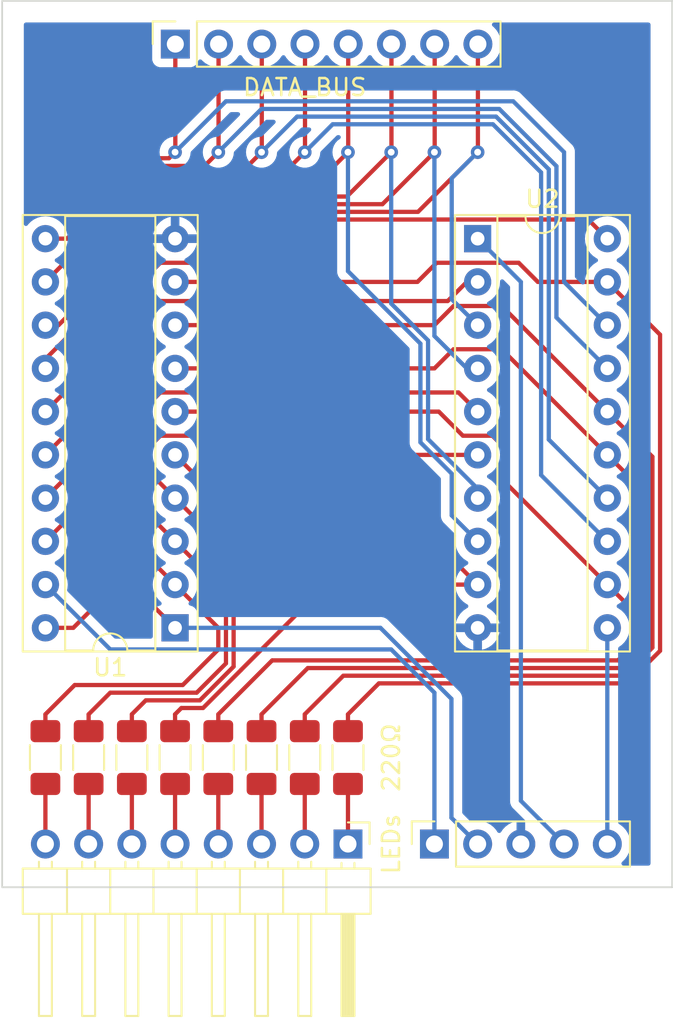
<source format=kicad_pcb>
(kicad_pcb (version 20211014) (generator pcbnew)
  (layers (0 "F.Cu" signal) (31 "B.Cu" signal) (34 "B.Paste" user) (35 "F.Paste" user) (36 "B.SilkS" user "B.Silkscreen") (37 "F.SilkS" user "F.Silkscreen") (38 "B.Mask" user) (39 "F.Mask" user) (44 "Edge.Cuts" user))
  (net 0 "")
  (net 1 "GND")
  (net 2 "/R7")
  (net 3 "/R6")
  (net 4 "/R5")
  (net 5 "/R4")
  (net 6 "/R3")
  (net 7 "/R2")
  (net 8 "/R1")
  (net 9 "/R0")
  (net 10 "+5V")
  (net 11 "/D0")
  (net 12 "/D1")
  (net 13 "/D2")
  (net 14 "/D3")
  (net 15 "/D4")
  (net 16 "/D5")
  (net 17 "/D6")
  (net 18 "/D7")
  (net 19 "RegOE")
  (net 20 "~{RegWE}")
  (net 21 "CLK")
  (net 22 "Net-(LED_OUT1-Pad1)")
  (net 23 "Net-(LED_OUT1-Pad2)")
  (net 24 "Net-(LED_OUT1-Pad3)")
  (net 25 "Net-(LED_OUT1-Pad4)")
  (net 26 "Net-(LED_OUT1-Pad5)")
  (net 27 "Net-(LED_OUT1-Pad6)")
  (net 28 "Net-(LED_OUT1-Pad7)")
  (net 29 "Net-(LED_OUT1-Pad8)")
  (footprint "Resistor_SMD:R_1206_3216Metric_Pad1.30x1.75mm_HandSolder" (layer "F.Cu") (at 147.32 104.14 -90)
    (fp_text reference "R6" hide)
    (fp_text value "220Ω")
    (fp_line (start -0.727064 0.91) (end 0.727064 0.91) (layer "F.SilkS") (width 0.12))
    (fp_line (start -0.727064 -0.91) (end 0.727064 -0.91) (layer "F.SilkS") (width 0.12))
    (pad "1" smd roundrect (at -1.55 0 270) (size 1.3 1.75) (layers "F.Cu" "F.Paste" "F.Mask") (roundrect_rratio 0.1923076923) (net 7 "/R2"))
    (pad "2" smd roundrect (at 1.55 0 270) (size 1.3 1.75) (layers "F.Cu" "F.Paste" "F.Mask") (roundrect_rratio 0.1923076923) (net 24 "Net-(LED_OUT1-Pad3)"))
  )
  (footprint "Connector_PinSocket_2.54mm:PinSocket_1x08_P2.54mm_Vertical" (layer "F.Cu") (at 142.255 62.23 90)
    (fp_text reference "DATA_BUS1" hide)
    (fp_text value "DATA_BUS" (at -2.54 7.605 180) (layer "F.SilkS"))
    (fp_line (start -1.33 19.11) (end 1.33 19.11) (layer "F.SilkS") (width 0.12))
    (fp_line (start 0 -1.33) (end 1.33 -1.33) (layer "F.SilkS") (width 0.12))
    (fp_line (start 1.33 1.27) (end 1.33 19.11) (layer "F.SilkS") (width 0.12))
    (fp_line (start -1.33 1.27) (end -1.33 19.11) (layer "F.SilkS") (width 0.12))
    (fp_line (start -1.33 1.27) (end 1.33 1.27) (layer "F.SilkS") (width 0.12))
    (fp_line (start 1.33 -1.33) (end 1.33 0) (layer "F.SilkS") (width 0.12))
    (pad "1" thru_hole rect (at 0 0 90) (size 1.7 1.7) (drill 1) (layers *.Cu *.Mask) (net 11 "/D0"))
    (pad "2" thru_hole oval (at 0 2.54 90) (size 1.7 1.7) (drill 1) (layers *.Cu *.Mask) (net 12 "/D1"))
    (pad "3" thru_hole oval (at 0 5.08 90) (size 1.7 1.7) (drill 1) (layers *.Cu *.Mask) (net 13 "/D2"))
    (pad "4" thru_hole oval (at 0 7.62 90) (size 1.7 1.7) (drill 1) (layers *.Cu *.Mask) (net 14 "/D3"))
    (pad "5" thru_hole oval (at 0 10.16 90) (size 1.7 1.7) (drill 1) (layers *.Cu *.Mask) (net 15 "/D4"))
    (pad "6" thru_hole oval (at 0 12.7 90) (size 1.7 1.7) (drill 1) (layers *.Cu *.Mask) (net 16 "/D5"))
    (pad "7" thru_hole oval (at 0 15.24 90) (size 1.7 1.7) (drill 1) (layers *.Cu *.Mask) (net 17 "/D6"))
    (pad "8" thru_hole oval (at 0 17.78 90) (size 1.7 1.7) (drill 1) (layers *.Cu *.Mask) (net 18 "/D7"))
  )
  (footprint "Resistor_SMD:R_1206_3216Metric_Pad1.30x1.75mm_HandSolder" (layer "F.Cu") (at 152.4 104.14 -90)
    (fp_text reference "R0" hide)
    (fp_text value "220Ω")
    (fp_line (start -0.727064 -0.91) (end 0.727064 -0.91) (layer "F.SilkS") (width 0.12))
    (fp_line (start -0.727064 0.91) (end 0.727064 0.91) (layer "F.SilkS") (width 0.12))
    (pad "1" smd roundrect (at -1.55 0 270) (size 1.3 1.75) (layers "F.Cu" "F.Paste" "F.Mask") (roundrect_rratio 0.1923076923) (net 9 "/R0"))
    (pad "2" smd roundrect (at 1.55 0 270) (size 1.3 1.75) (layers "F.Cu" "F.Paste" "F.Mask") (roundrect_rratio 0.1923076923) (net 22 "Net-(LED_OUT1-Pad1)"))
  )
  (footprint "Resistor_SMD:R_1206_3216Metric_Pad1.30x1.75mm_HandSolder" (layer "F.Cu") (at 134.62 104.14 -90)
    (fp_text reference "R1" hide)
    (fp_text value "220Ω")
    (fp_line (start -0.727064 -0.91) (end 0.727064 -0.91) (layer "F.SilkS") (width 0.12))
    (fp_line (start -0.727064 0.91) (end 0.727064 0.91) (layer "F.SilkS") (width 0.12))
    (pad "1" smd roundrect (at -1.55 0 270) (size 1.3 1.75) (layers "F.Cu" "F.Paste" "F.Mask") (roundrect_rratio 0.1923076923) (net 2 "/R7"))
    (pad "2" smd roundrect (at 1.55 0 270) (size 1.3 1.75) (layers "F.Cu" "F.Paste" "F.Mask") (roundrect_rratio 0.1923076923) (net 29 "Net-(LED_OUT1-Pad8)"))
  )
  (footprint "Package_DIP:DIP-20_W7.62mm_Socket" (layer "F.Cu") (at 160.02 73.66)
    (fp_text reference "U2" (at 3.81 -2.33) (layer "F.SilkS"))
    (fp_text value "74HC377")
    (fp_line (start 6.46 24.19) (end 6.46 -1.33) (layer "F.SilkS") (width 0.12))
    (fp_line (start -1.33 24.25) (end 8.95 24.25) (layer "F.SilkS") (width 0.12))
    (fp_line (start 8.95 -1.39) (end -1.33 -1.39) (layer "F.SilkS") (width 0.12))
    (fp_line (start 8.95 24.25) (end 8.95 -1.39) (layer "F.SilkS") (width 0.12))
    (fp_line (start 1.16 24.19) (end 6.46 24.19) (layer "F.SilkS") (width 0.12))
    (fp_line (start 2.81 -1.33) (end 1.16 -1.33) (layer "F.SilkS") (width 0.12))
    (fp_line (start -1.33 -1.39) (end -1.33 24.25) (layer "F.SilkS") (width 0.12))
    (fp_line (start 6.46 -1.33) (end 4.81 -1.33) (layer "F.SilkS") (width 0.12))
    (fp_line (start 1.16 -1.33) (end 1.16 24.19) (layer "F.SilkS") (width 0.12))
    (fp_arc (start 4.81 -1.33) (mid 3.81 -0.33) (end 2.81 -1.33) (layer "F.SilkS") (width 0.12))
    (pad "1" thru_hole rect (at 0 0) (size 1.6 1.6) (drill 0.8) (layers *.Cu *.Mask) (net 20 "~{RegWE}"))
    (pad "2" thru_hole oval (at 0 2.54) (size 1.6 1.6) (drill 0.8) (layers *.Cu *.Mask) (net 2 "/R7"))
    (pad "3" thru_hole oval (at 0 5.08) (size 1.6 1.6) (drill 0.8) (layers *.Cu *.Mask) (net 18 "/D7"))
    (pad "4" thru_hole oval (at 0 7.62) (size 1.6 1.6) (drill 0.8) (layers *.Cu *.Mask) (net 17 "/D6"))
    (pad "5" thru_hole oval (at 0 10.16) (size 1.6 1.6) (drill 0.8) (layers *.Cu *.Mask) (net 3 "/R6"))
    (pad "6" thru_hole oval (at 0 12.7) (size 1.6 1.6) (drill 0.8) (layers *.Cu *.Mask) (net 4 "/R5"))
    (pad "7" thru_hole oval (at 0 15.24) (size 1.6 1.6) (drill 0.8) (layers *.Cu *.Mask) (net 16 "/D5"))
    (pad "8" thru_hole oval (at 0 17.78) (size 1.6 1.6) (drill 0.8) (layers *.Cu *.Mask) (net 15 "/D4"))
    (pad "9" thru_hole oval (at 0 20.32) (size 1.6 1.6) (drill 0.8) (layers *.Cu *.Mask) (net 5 "/R4"))
    (pad "10" thru_hole oval (at 0 22.86) (size 1.6 1.6) (drill 0.8) (layers *.Cu *.Mask) (net 1 "GND"))
    (pad "11" thru_hole oval (at 7.62 22.86) (size 1.6 1.6) (drill 0.8) (layers *.Cu *.Mask) (net 21 "CLK"))
    (pad "12" thru_hole oval (at 7.62 20.32) (size 1.6 1.6) (drill 0.8) (layers *.Cu *.Mask) (net 6 "/R3"))
    (pad "13" thru_hole oval (at 7.62 17.78) (size 1.6 1.6) (drill 0.8) (layers *.Cu *.Mask) (net 14 "/D3"))
    (pad "14" thru_hole oval (at 7.62 15.24) (size 1.6 1.6) (drill 0.8) (layers *.Cu *.Mask) (net 13 "/D2"))
    (pad "15" thru_hole oval (at 7.62 12.7) (size 1.6 1.6) (drill 0.8) (layers *.Cu *.Mask) (net 7 "/R2"))
    (pad "16" thru_hole oval (at 7.62 10.16) (size 1.6 1.6) (drill 0.8) (layers *.Cu *.Mask) (net 8 "/R1"))
    (pad "17" thru_hole oval (at 7.62 7.62) (size 1.6 1.6) (drill 0.8) (layers *.Cu *.Mask) (net 12 "/D1"))
    (pad "18" thru_hole oval (at 7.62 5.08) (size 1.6 1.6) (drill 0.8) (layers *.Cu *.Mask) (net 11 "/D0"))
    (pad "19" thru_hole oval (at 7.62 2.54) (size 1.6 1.6) (drill 0.8) (layers *.Cu *.Mask) (net 9 "/R0"))
    (pad "20" thru_hole oval (at 7.62 0) (size 1.6 1.6) (drill 0.8) (layers *.Cu *.Mask) (net 10 "+5V"))
  )
  (footprint "Connector_PinSocket_2.54mm:PinSocket_1x05_P2.54mm_Vertical" (layer "F.Cu") (at 157.48 109.22 90)
    (fp_text reference "CONTROL1" hide)
    (fp_text value "CONTROL_SIGNALS")
    (fp_line (start 1.33 -1.33) (end 1.33 0) (layer "F.SilkS") (width 0.12))
    (fp_line (start 1.33 1.27) (end 1.33 11.49) (layer "F.SilkS") (width 0.12))
    (fp_line (start 0 -1.33) (end 1.33 -1.33) (layer "F.SilkS") (width 0.12))
    (fp_line (start -1.33 1.27) (end 1.33 1.27) (layer "F.SilkS") (width 0.12))
    (fp_line (start -1.33 11.49) (end 1.33 11.49) (layer "F.SilkS") (width 0.12))
    (fp_line (start -1.33 1.27) (end -1.33 11.49) (layer "F.SilkS") (width 0.12))
    (pad "1" thru_hole rect (at 0 0 90) (size 1.7 1.7) (drill 1) (layers *.Cu *.Mask) (net 19 "RegOE"))
    (pad "2" thru_hole oval (at 0 2.54 90) (size 1.7 1.7) (drill 1) (layers *.Cu *.Mask) (net 10 "+5V"))
    (pad "3" thru_hole oval (at 0 5.08 90) (size 1.7 1.7) (drill 1) (layers *.Cu *.Mask) (net 1 "GND"))
    (pad "4" thru_hole oval (at 0 7.62 90) (size 1.7 1.7) (drill 1) (layers *.Cu *.Mask) (net 20 "~{RegWE}"))
    (pad "5" thru_hole oval (at 0 10.16 90) (size 1.7 1.7) (drill 1) (layers *.Cu *.Mask) (net 21 "CLK"))
  )
  (footprint "Connector_PinHeader_2.54mm:PinHeader_1x08_P2.54mm_Horizontal" (layer "F.Cu") (at 152.4 109.22 -90)
    (fp_text reference "LED_OUT1" hide)
    (fp_text value "LEDs" (at 0 -2.54 -90) (layer "F.SilkS"))
    (fp_line (start 1.11 -0.38) (end 1.44 -0.38) (layer "F.SilkS") (width 0.12))
    (fp_line (start 10.1 12.32) (end 10.1 13.08) (layer "F.SilkS") (width 0.12))
    (fp_line (start 4.1 17.4) (end 10.1 17.4) (layer "F.SilkS") (width 0.12))
    (fp_line (start 10.1 4.7) (end 10.1 5.46) (layer "F.SilkS") (width 0.12))
    (fp_line (start 4.1 19.11) (end 4.1 -1.33) (layer "F.SilkS") (width 0.12))
    (fp_line (start 4.1 12.32) (end 10.1 12.32) (layer "F.SilkS") (width 0.12))
    (fp_line (start 4.1 9.78) (end 10.1 9.78) (layer "F.SilkS") (width 0.12))
    (fp_line (start 10.1 10.54) (end 4.1 10.54) (layer "F.SilkS") (width 0.12))
    (fp_line (start 1.042929 5.46) (end 1.44 5.46) (layer "F.SilkS") (width 0.12))
    (fp_line (start 10.1 8) (end 4.1 8) (layer "F.SilkS") (width 0.12))
    (fp_line (start 4.1 4.7) (end 10.1 4.7) (layer "F.SilkS") (width 0.12))
    (fp_line (start 4.1 -0.32) (end 10.1 -0.32) (layer "F.SilkS") (width 0.12))
    (fp_line (start 1.042929 10.54) (end 1.44 10.54) (layer "F.SilkS") (width 0.12))
    (fp_line (start 1.042929 7.24) (end 1.44 7.24) (layer "F.SilkS") (width 0.12))
    (fp_line (start 10.1 -0.38) (end 10.1 0.38) (layer "F.SilkS") (width 0.12))
    (fp_line (start 1.042929 12.32) (end 1.44 12.32) (layer "F.SilkS") (width 0.12))
    (fp_line (start 10.1 0.38) (end 4.1 0.38) (layer "F.SilkS") (width 0.12))
    (fp_line (start 4.1 0.16) (end 10.1 0.16) (layer "F.SilkS") (width 0.12))
    (fp_line (start 10.1 13.08) (end 4.1 13.08) (layer "F.SilkS") (width 0.12))
    (fp_line (start 4.1 0.28) (end 10.1 0.28) (layer "F.SilkS") (width 0.12))
    (fp_line (start 1.11 0.38) (end 1.44 0.38) (layer "F.SilkS") (width 0.12))
    (fp_line (start -1.27 0) (end -1.27 -1.27) (layer "F.SilkS") (width 0.12))
    (fp_line (start 1.042929 8) (end 1.44 8) (layer "F.SilkS") (width 0.12))
    (fp_line (start 1.042929 4.7) (end 1.44 4.7) (layer "F.SilkS") (width 0.12))
    (fp_line (start 4.1 -0.38) (end 10.1 -0.38) (layer "F.SilkS") (width 0.12))
    (fp_line (start 10.1 9.78) (end 10.1 10.54) (layer "F.SilkS") (width 0.12))
    (fp_line (start 4.1 14.86) (end 10.1 14.86) (layer "F.SilkS") (width 0.12))
    (fp_line (start 10.1 18.16) (end 4.1 18.16) (layer "F.SilkS") (width 0.12))
    (fp_line (start 1.042929 14.86) (end 1.44 14.86) (layer "F.SilkS") (width 0.12))
    (fp_line (start 4.1 7.24) (end 10.1 7.24) (layer "F.SilkS") (width 0.12))
    (fp_line (start 10.1 15.62) (end 4.1 15.62) (layer "F.SilkS") (width 0.12))
    (fp_line (start 10.1 2.92) (end 4.1 2.92) (layer "F.SilkS") (width 0.12))
    (fp_line (start 4.1 -0.08) (end 10.1 -0.08) (layer "F.SilkS") (width 0.12))
    (fp_line (start 1.042929 9.78) (end 1.44 9.78) (layer "F.SilkS") (width 0.12))
    (fp_line (start 1.042929 2.92) (end 1.44 2.92) (layer "F.SilkS") (width 0.12))
    (fp_line (start 4.1 -1.33) (end 1.44 -1.33) (layer "F.SilkS") (width 0.12))
    (fp_line (start 1.44 19.11) (end 4.1 19.11) (layer "F.SilkS") (width 0.12))
    (fp_line (start 4.1 0.04) (end 10.1 0.04) (layer "F.SilkS") (width 0.12))
    (fp_line (start 1.042929 15.62) (end 1.44 15.62) (layer "F.SilkS") (width 0.12))
    (fp_line (start 1.44 -1.33) (end 1.44 19.11) (layer "F.SilkS") (width 0.12))
    (fp_line (start 4.1 2.16) (end 10.1 2.16) (layer "F.SilkS") (width 0.12))
    (fp_line (start 10.1 17.4) (end 10.1 18.16) (layer "F.SilkS") (width 0.12))
    (fp_line (start 10.1 7.24) (end 10.1 8) (layer "F.SilkS") (width 0.12))
    (fp_line (start 1.44 3.81) (end 4.1 3.81) (layer "F.SilkS") (width 0.12))
    (fp_line (start 10.1 5.46) (end 4.1 5.46) (layer "F.SilkS") (width 0.12))
    (fp_line (start 1.042929 18.16) (end 1.44 18.16) (layer "F.SilkS") (width 0.12))
    (fp_line (start 1.042929 17.4) (end 1.44 17.4) (layer "F.SilkS") (width 0.12))
    (fp_line (start 1.44 13.97) (end 4.1 13.97) (layer "F.SilkS") (width 0.12))
    (fp_line (start 1.042929 2.16) (end 1.44 2.16) (layer "F.SilkS") (width 0.12))
    (fp_line (start 1.44 1.27) (end 4.1 1.27) (layer "F.SilkS") (width 0.12))
    (fp_line (start 1.44 16.51) (end 4.1 16.51) (layer "F.SilkS") (width 0.12))
    (fp_line (start 10.1 2.16) (end 10.1 2.92) (layer "F.SilkS") (width 0.12))
    (fp_line (start 4.1 -0.2) (end 10.1 -0.2) (layer "F.SilkS") (width 0.12))
    (fp_line (start 1.042929 13.08) (end 1.44 13.08) (layer "F.SilkS") (width 0.12))
    (fp_line (start 10.1 14.86) (end 10.1 15.62) (layer "F.SilkS") (width 0.12))
    (fp_line (start 1.44 8.89) (end 4.1 8.89) (layer "F.SilkS") (width 0.12))
    (fp_line (start 1.44 11.43) (end 4.1 11.43) (layer "F.SilkS") (width 0.12))
    (fp_line (start 1.44 6.35) (end 4.1 6.35) (layer "F.SilkS") (width 0.12))
    (fp_line (start -1.27 -1.27) (end 0 -1.27) (layer "F.SilkS") (width 0.12))
    (pad "1" thru_hole rect (at 0 0 270) (size 1.7 1.7) (drill 1) (layers *.Cu *.Mask) (net 22 "Net-(LED_OUT1-Pad1)"))
    (pad "2" thru_hole oval (at 0 2.54 270) (size 1.7 1.7) (drill 1) (layers *.Cu *.Mask) (net 23 "Net-(LED_OUT1-Pad2)"))
    (pad "3" thru_hole oval (at 0 5.08 270) (size 1.7 1.7) (drill 1) (layers *.Cu *.Mask) (net 24 "Net-(LED_OUT1-Pad3)"))
    (pad "4" thru_hole oval (at 0 7.62 270) (size 1.7 1.7) (drill 1) (layers *.Cu *.Mask) (net 25 "Net-(LED_OUT1-Pad4)"))
    (pad "5" thru_hole oval (at 0 10.16 270) (size 1.7 1.7) (drill 1) (layers *.Cu *.Mask) (net 26 "Net-(LED_OUT1-Pad5)"))
    (pad "6" thru_hole oval (at 0 12.7 270) (size 1.7 1.7) (drill 1) (layers *.Cu *.Mask) (net 27 "Net-(LED_OUT1-Pad6)"))
    (pad "7" thru_hole oval (at 0 15.24 270) (size 1.7 1.7) (drill 1) (layers *.Cu *.Mask) (net 28 "Net-(LED_OUT1-Pad7)"))
    (pad "8" thru_hole oval (at 0 17.78 270) (size 1.7 1.7) (drill 1) (layers *.Cu *.Mask) (net 29 "Net-(LED_OUT1-Pad8)"))
  )
  (footprint "Resistor_SMD:R_1206_3216Metric_Pad1.30x1.75mm_HandSolder" (layer "F.Cu") (at 149.86 104.14 -90)
    (fp_text reference "R7" hide)
    (fp_text value "220Ω" (at 0 -5.08 90) (layer "F.SilkS"))
    (fp_line (start -0.727064 0.91) (end 0.727064 0.91) (layer "F.SilkS") (width 0.12))
    (fp_line (start -0.727064 -0.91) (end 0.727064 -0.91) (layer "F.SilkS") (width 0.12))
    (pad "1" smd roundrect (at -1.55 0 270) (size 1.3 1.75) (layers "F.Cu" "F.Paste" "F.Mask") (roundrect_rratio 0.1923076923) (net 8 "/R1"))
    (pad "2" smd roundrect (at 1.55 0 270) (size 1.3 1.75) (layers "F.Cu" "F.Paste" "F.Mask") (roundrect_rratio 0.1923076923) (net 23 "Net-(LED_OUT1-Pad2)"))
  )
  (footprint "Resistor_SMD:R_1206_3216Metric_Pad1.30x1.75mm_HandSolder" (layer "F.Cu") (at 144.78 104.14 -90)
    (fp_text reference "R5" hide)
    (fp_text value "220Ω")
    (fp_line (start -0.727064 -0.91) (end 0.727064 -0.91) (layer "F.SilkS") (width 0.12))
    (fp_line (start -0.727064 0.91) (end 0.727064 0.91) (layer "F.SilkS") (width 0.12))
    (pad "1" smd roundrect (at -1.55 0 270) (size 1.3 1.75) (layers "F.Cu" "F.Paste" "F.Mask") (roundrect_rratio 0.1923076923) (net 6 "/R3"))
    (pad "2" smd roundrect (at 1.55 0 270) (size 1.3 1.75) (layers "F.Cu" "F.Paste" "F.Mask") (roundrect_rratio 0.1923076923) (net 25 "Net-(LED_OUT1-Pad4)"))
  )
  (footprint "Package_DIP:DIP-20_W7.62mm_Socket" (layer "F.Cu") (at 142.24 96.52 180)
    (fp_text reference "U1" (at 3.81 -2.33 180) (layer "F.SilkS"))
    (fp_text value "74HC245")
    (fp_line (start 6.46 -1.33) (end 4.81 -1.33) (layer "F.SilkS") (width 0.12))
    (fp_line (start 6.46 24.19) (end 6.46 -1.33) (layer "F.SilkS") (width 0.12))
    (fp_line (start 2.81 -1.33) (end 1.16 -1.33) (layer "F.SilkS") (width 0.12))
    (fp_line (start -1.33 24.25) (end 8.95 24.25) (layer "F.SilkS") (width 0.12))
    (fp_line (start -1.33 -1.39) (end -1.33 24.25) (layer "F.SilkS") (width 0.12))
    (fp_line (start 1.16 24.19) (end 6.46 24.19) (layer "F.SilkS") (width 0.12))
    (fp_line (start 8.95 24.25) (end 8.95 -1.39) (layer "F.SilkS") (width 0.12))
    (fp_line (start 8.95 -1.39) (end -1.33 -1.39) (layer "F.SilkS") (width 0.12))
    (fp_line (start 1.16 -1.33) (end 1.16 24.19) (layer "F.SilkS") (width 0.12))
    (fp_arc (start 4.81 -1.33) (mid 3.81 -0.33) (end 2.81 -1.33) (layer "F.SilkS") (width 0.12))
    (pad "1" thru_hole rect (at 0 0 180) (size 1.6 1.6) (drill 0.8) (layers *.Cu *.Mask) (net 10 "+5V"))
    (pad "2" thru_hole oval (at 0 2.54 180) (size 1.6 1.6) (drill 0.8) (layers *.Cu *.Mask) (net 2 "/R7"))
    (pad "3" thru_hole oval (at 0 5.08 180) (size 1.6 1.6) (drill 0.8) (layers *.Cu *.Mask) (net 3 "/R6"))
    (pad "4" thru_hole oval (at 0 7.62 180) (size 1.6 1.6) (drill 0.8) (layers *.Cu *.Mask) (net 4 "/R5"))
    (pad "5" thru_hole oval (at 0 10.16 180) (size 1.6 1.6) (drill 0.8) (layers *.Cu *.Mask) (net 5 "/R4"))
    (pad "6" thru_hole oval (at 0 12.7 180) (size 1.6 1.6) (drill 0.8) (layers *.Cu *.Mask) (net 6 "/R3"))
    (pad "7" thru_hole oval (at 0 15.24 180) (size 1.6 1.6) (drill 0.8) (layers *.Cu *.Mask) (net 7 "/R2"))
    (pad "8" thru_hole oval (at 0 17.78 180) (size 1.6 1.6) (drill 0.8) (layers *.Cu *.Mask) (net 8 "/R1"))
    (pad "9" thru_hole oval (at 0 20.32 180) (size 1.6 1.6) (drill 0.8) (layers *.Cu *.Mask) (net 9 "/R0"))
    (pad "10" thru_hole oval (at 0 22.86 180) (size 1.6 1.6) (drill 0.8) (layers *.Cu *.Mask) (net 1 "GND"))
    (pad "11" thru_hole oval (at 7.62 22.86 180) (size 1.6 1.6) (drill 0.8) (layers *.Cu *.Mask) (net 11 "/D0"))
    (pad "12" thru_hole oval (at 7.62 20.32 180) (size 1.6 1.6) (drill 0.8) (layers *.Cu *.Mask) (net 12 "/D1"))
    (pad "13" thru_hole oval (at 7.62 17.78 180) (size 1.6 1.6) (drill 0.8) (layers *.Cu *.Mask) (net 13 "/D2"))
    (pad "14" thru_hole oval (at 7.62 15.24 180) (size 1.6 1.6) (drill 0.8) (layers *.Cu *.Mask) (net 14 "/D3"))
    (pad "15" thru_hole oval (at 7.62 12.7 180) (size 1.6 1.6) (drill 0.8) (layers *.Cu *.Mask) (net 15 "/D4"))
    (pad "16" thru_hole oval (at 7.62 10.16 180) (size 1.6 1.6) (drill 0.8) (layers *.Cu *.Mask) (net 16 "/D5"))
    (pad "17" thru_hole oval (at 7.62 7.62 180) (size 1.6 1.6) (drill 0.8) (layers *.Cu *.Mask) (net 17 "/D6"))
    (pad "18" thru_hole oval (at 7.62 5.08 180) (size 1.6 1.6) (drill 0.8) (layers *.Cu *.Mask) (net 18 "/D7"))
    (pad "19" thru_hole oval (at 7.62 2.54 180) (size 1.6 1.6) (drill 0.8) (layers *.Cu *.Mask) (net 19 "RegOE"))
    (pad "20" thru_hole oval (at 7.62 0 180) (size 1.6 1.6) (drill 0.8) (layers *.Cu *.Mask) (net 10 "+5V"))
  )
  (footprint "Resistor_SMD:R_1206_3216Metric_Pad1.30x1.75mm_HandSolder" (layer "F.Cu") (at 139.7 104.14 -90)
    (fp_text reference "R3" hide)
    (fp_text value "220Ω")
    (fp_line (start -0.727064 0.91) (end 0.727064 0.91) (layer "F.SilkS") (width 0.12))
    (fp_line (start -0.727064 -0.91) (end 0.727064 -0.91) (layer "F.SilkS") (width 0.12))
    (pad "1" smd roundrect (at -1.55 0 270) (size 1.3 1.75) (layers "F.Cu" "F.Paste" "F.Mask") (roundrect_rratio 0.1923076923) (net 4 "/R5"))
    (pad "2" smd roundrect (at 1.55 0 270) (size 1.3 1.75) (layers "F.Cu" "F.Paste" "F.Mask") (roundrect_rratio 0.1923076923) (net 27 "Net-(LED_OUT1-Pad6)"))
  )
  (footprint "Resistor_SMD:R_1206_3216Metric_Pad1.30x1.75mm_HandSolder" (layer "F.Cu") (at 137.16 104.14 -90)
    (fp_text reference "R2" hide)
    (fp_text value "220Ω")
    (fp_line (start -0.727064 -0.91) (end 0.727064 -0.91) (layer "F.SilkS") (width 0.12))
    (fp_line (start -0.727064 0.91) (end 0.727064 0.91) (layer "F.SilkS") (width 0.12))
    (pad "1" smd roundrect (at -1.55 0 270) (size 1.3 1.75) (layers "F.Cu" "F.Paste" "F.Mask") (roundrect_rratio 0.1923076923) (net 3 "/R6"))
    (pad "2" smd roundrect (at 1.55 0 270) (size 1.3 1.75) (layers "F.Cu" "F.Paste" "F.Mask") (roundrect_rratio 0.1923076923) (net 28 "Net-(LED_OUT1-Pad7)"))
  )
  (footprint "Resistor_SMD:R_1206_3216Metric_Pad1.30x1.75mm_HandSolder" (layer "F.Cu") (at 142.24 104.14 -90)
    (fp_text reference "R4" hide)
    (fp_text value "220Ω")
    (fp_line (start -0.727064 -0.91) (end 0.727064 -0.91) (layer "F.SilkS") (width 0.12))
    (fp_line (start -0.727064 0.91) (end 0.727064 0.91) (layer "F.SilkS") (width 0.12))
    (pad "1" smd roundrect (at -1.55 0 270) (size 1.3 1.75) (layers "F.Cu" "F.Paste" "F.Mask") (roundrect_rratio 0.1923076923) (net 5 "/R4"))
    (pad "2" smd roundrect (at 1.55 0 270) (size 1.3 1.75) (layers "F.Cu" "F.Paste" "F.Mask") (roundrect_rratio 0.1923076923) (net 26 "Net-(LED_OUT1-Pad5)"))
  )
  (gr_rect (start 132.08 111.76) (end 171.45 59.69) (layer "Edge.Cuts") (width 0.1) (fill none))
  (segment (start 142.24 93.98) (end 144.78 96.52) (width 0.25) (layer "F.Cu") (net 2))
  (segment (start 144.78 96.52) (end 144.78 97.79) (width 0.25) (layer "F.Cu") (net 2))
  (segment (start 159.383604 76.2) (end 158.258604 77.325) (width 0.25) (layer "F.Cu") (net 2))
  (segment (start 158.258604 77.325) (end 141.115 77.325) (width 0.25) (layer "F.Cu") (net 2))
  (segment (start 134.62 101.6) (end 134.62 102.59) (width 0.25) (layer "F.Cu") (net 2))
  (segment (start 144.78 97.79) (end 142.69 99.88) (width 0.25) (layer "F.Cu") (net 2))
  (segment (start 139.7 78.74) (end 139.7 91.44) (width 0.25) (layer "F.Cu") (net 2))
  (segment (start 139.7 91.44) (end 142.24 93.98) (width 0.25) (layer "F.Cu") (net 2))
  (segment (start 136.34 99.88) (end 134.62 101.6) (width 0.25) (layer "F.Cu") (net 2))
  (segment (start 141.115 77.325) (end 139.7 78.74) (width 0.25) (layer "F.Cu") (net 2))
  (segment (start 160.02 76.2) (end 159.383604 76.2) (width 0.25) (layer "F.Cu") (net 2))
  (segment (start 142.69 99.88) (end 136.34 99.88) (width 0.25) (layer "F.Cu") (net 2))
  (segment (start 145.23 94.43) (end 145.23 98.61) (width 0.25) (layer "F.Cu") (net 3))
  (segment (start 158.895 82.695) (end 141.37401 82.695) (width 0.25) (layer "F.Cu") (net 3))
  (segment (start 141.37401 82.695) (end 140.265 83.80401) (width 0.25) (layer "F.Cu") (net 3))
  (segment (start 137.16 101.6) (end 137.16 102.59) (width 0.25) (layer "F.Cu") (net 3))
  (segment (start 140.265 89.465) (end 142.24 91.44) (width 0.25) (layer "F.Cu") (net 3))
  (segment (start 142.24 91.44) (end 145.23 94.43) (width 0.25) (layer "F.Cu") (net 3))
  (segment (start 145.23 98.61) (end 143.51 100.33) (width 0.25) (layer "F.Cu") (net 3))
  (segment (start 138.43 100.33) (end 137.16 101.6) (width 0.25) (layer "F.Cu") (net 3))
  (segment (start 143.51 100.33) (end 138.43 100.33) (width 0.25) (layer "F.Cu") (net 3))
  (segment (start 160.02 83.82) (end 158.895 82.695) (width 0.25) (layer "F.Cu") (net 3))
  (segment (start 140.265 83.80401) (end 140.265 89.465) (width 0.25) (layer "F.Cu") (net 3))
  (segment (start 144.78 86.36) (end 143.655 85.235) (width 0.25) (layer "F.Cu") (net 4))
  (segment (start 141.37401 85.235) (end 140.715 85.89401) (width 0.25) (layer "F.Cu") (net 4))
  (segment (start 160.02 86.36) (end 144.78 86.36) (width 0.25) (layer "F.Cu") (net 4))
  (segment (start 140.52 100.78) (end 139.7 101.6) (width 0.25) (layer "F.Cu") (net 4))
  (segment (start 139.7 101.6) (end 139.7 102.59) (width 0.25) (layer "F.Cu") (net 4))
  (segment (start 140.715 85.89401) (end 140.715 87.375) (width 0.25) (layer "F.Cu") (net 4))
  (segment (start 140.715 87.375) (end 142.24 88.9) (width 0.25) (layer "F.Cu") (net 4))
  (segment (start 143.655 85.235) (end 141.37401 85.235) (width 0.25) (layer "F.Cu") (net 4))
  (segment (start 145.68 98.796396) (end 143.696396 100.78) (width 0.25) (layer "F.Cu") (net 4))
  (segment (start 145.68 92.34) (end 145.68 98.796396) (width 0.25) (layer "F.Cu") (net 4))
  (segment (start 143.696396 100.78) (end 140.52 100.78) (width 0.25) (layer "F.Cu") (net 4))
  (segment (start 142.24 88.9) (end 145.68 92.34) (width 0.25) (layer "F.Cu") (net 4))
  (segment (start 146.13 98.982792) (end 143.882792 101.23) (width 0.25) (layer "F.Cu") (net 5))
  (segment (start 143.882792 101.23) (end 142.61 101.23) (width 0.25) (layer "F.Cu") (net 5))
  (segment (start 160.02 93.98) (end 156.355 90.315) (width 0.25) (layer "F.Cu") (net 5))
  (segment (start 160.02 93.98) (end 151.13 93.98) (width 0.25) (layer "F.Cu") (net 5))
  (segment (start 142.61 101.23) (end 142.24 101.6) (width 0.25) (layer "F.Cu") (net 5))
  (segment (start 146.13 98.98) (end 146.13 98.982792) (width 0.25) (layer "F.Cu") (net 5))
  (segment (start 156.355 90.315) (end 146.195 90.315) (width 0.25) (layer "F.Cu") (net 5))
  (segment (start 146.195 90.315) (end 142.24 86.36) (width 0.25) (layer "F.Cu") (net 5))
  (segment (start 151.13 93.98) (end 146.13 98.98) (width 0.25) (layer "F.Cu") (net 5))
  (segment (start 142.24 101.6) (end 142.24 102.59) (width 0.25) (layer "F.Cu") (net 5))
  (segment (start 169.39 95.73) (end 169.39 97.31) (width 0.25) (layer "F.Cu") (net 6))
  (segment (start 157.73901 83.82) (end 142.24 83.82) (width 0.25) (layer "F.Cu") (net 6))
  (segment (start 159.15401 85.235) (end 157.73901 83.82) (width 0.25) (layer "F.Cu") (net 6))
  (segment (start 161.545 87.885) (end 161.545 85.89401) (width 0.25) (layer "F.Cu") (net 6))
  (segment (start 167.64 93.98) (end 161.545 87.885) (width 0.25) (layer "F.Cu") (net 6))
  (segment (start 144.78 101.6) (end 144.78 102.59) (width 0.25) (layer "F.Cu") (net 6))
  (segment (start 160.88599 85.235) (end 159.15401 85.235) (width 0.25) (layer "F.Cu") (net 6))
  (segment (start 167.64 93.98) (end 169.39 95.73) (width 0.25) (layer "F.Cu") (net 6))
  (segment (start 147.947599 98.432401) (end 144.78 101.6) (width 0.25) (layer "F.Cu") (net 6))
  (segment (start 161.545 85.89401) (end 160.88599 85.235) (width 0.25) (layer "F.Cu") (net 6))
  (segment (start 168.267599 98.432401) (end 147.947599 98.432401) (width 0.25) (layer "F.Cu") (net 6))
  (segment (start 169.39 97.31) (end 168.267599 98.432401) (width 0.25) (layer "F.Cu") (net 6))
  (segment (start 161.435 80.155) (end 158.605 80.155) (width 0.25) (layer "F.Cu") (net 7))
  (segment (start 167.64 86.36) (end 161.435 80.155) (width 0.25) (layer "F.Cu") (net 7))
  (segment (start 147.32 101.6) (end 147.32 102.59) (width 0.25) (layer "F.Cu") (net 7))
  (segment (start 150.037599 98.882401) (end 147.32 101.6) (width 0.25) (layer "F.Cu") (net 7))
  (segment (start 169.84 88.56) (end 169.84 97.496396) (width 0.25) (layer "F.Cu") (net 7))
  (segment (start 158.605 80.155) (end 157.48 81.28) (width 0.25) (layer "F.Cu") (net 7))
  (segment (start 167.64 86.36) (end 169.84 88.56) (width 0.25) (layer "F.Cu") (net 7))
  (segment (start 157.48 81.28) (end 142.24 81.28) (width 0.25) (layer "F.Cu") (net 7))
  (segment (start 169.84 97.496396) (end 168.453995 98.882401) (width 0.25) (layer "F.Cu") (net 7))
  (segment (start 168.453995 98.882401) (end 150.037599 98.882401) (width 0.25) (layer "F.Cu") (net 7))
  (segment (start 167.64 83.82) (end 161.435 77.615) (width 0.25) (layer "F.Cu") (net 8))
  (segment (start 157.48 78.74) (end 142.24 78.74) (width 0.25) (layer "F.Cu") (net 8))
  (segment (start 158.605 77.615) (end 157.48 78.74) (width 0.25) (layer "F.Cu") (net 8))
  (segment (start 170.29 86.47) (end 170.29 97.682792) (width 0.25) (layer "F.Cu") (net 8))
  (segment (start 149.86 101.6) (end 149.86 102.59) (width 0.25) (layer "F.Cu") (net 8))
  (segment (start 170.29 97.682792) (end 168.640391 99.332401) (width 0.25) (layer "F.Cu") (net 8))
  (segment (start 168.640391 99.332401) (end 152.127599 99.332401) (width 0.25) (layer "F.Cu") (net 8))
  (segment (start 167.64 83.82) (end 170.29 86.47) (width 0.25) (layer "F.Cu") (net 8))
  (segment (start 161.435 77.615) (end 158.605 77.615) (width 0.25) (layer "F.Cu") (net 8))
  (segment (start 152.127599 99.332401) (end 149.86 101.6) (width 0.25) (layer "F.Cu") (net 8))
  (segment (start 170.74 79.3) (end 170.74 97.869188) (width 0.25) (layer "F.Cu") (net 9))
  (segment (start 168.826787 99.782401) (end 154.217599 99.782401) (width 0.25) (layer "F.Cu") (net 9))
  (segment (start 167.64 76.2) (end 170.74 79.3) (width 0.25) (layer "F.Cu") (net 9))
  (segment (start 163.555495 76.2) (end 162.430495 75.075) (width 0.25) (layer "F.Cu") (net 9))
  (segment (start 167.64 76.2) (end 163.555495 76.2) (width 0.25) (layer "F.Cu") (net 9))
  (segment (start 152.4 101.6) (end 152.4 102.59) (width 0.25) (layer "F.Cu") (net 9))
  (segment (start 157.609505 75.075) (end 156.484505 76.2) (width 0.25) (layer "F.Cu") (net 9))
  (segment (start 170.74 97.869188) (end 168.826787 99.782401) (width 0.25) (layer "F.Cu") (net 9))
  (segment (start 162.430495 75.075) (end 157.609505 75.075) (width 0.25) (layer "F.Cu") (net 9))
  (segment (start 154.217599 99.782401) (end 152.4 101.6) (width 0.25) (layer "F.Cu") (net 9))
  (segment (start 156.484505 76.2) (end 142.24 76.2) (width 0.25) (layer "F.Cu") (net 9))
  (segment (start 167.64 73.66) (end 166.515 72.535) (width 0.25) (layer "F.Cu") (net 10))
  (segment (start 145.455 75.075) (end 141.37401 75.075) (width 0.25) (layer "F.Cu") (net 10))
  (segment (start 139.25 93.53) (end 136.26 96.52) (width 0.25) (layer "F.Cu") (net 10))
  (segment (start 141.37401 75.075) (end 139.25 77.19901) (width 0.25) (layer "F.Cu") (net 10))
  (segment (start 166.515 72.535) (end 147.995 72.535) (width 0.25) (layer "F.Cu") (net 10))
  (segment (start 139.25 77.19901) (end 139.25 93.53) (width 0.25) (layer "F.Cu") (net 10))
  (segment (start 147.995 72.535) (end 145.455 75.075) (width 0.25) (layer "F.Cu") (net 10))
  (segment (start 139.25 93.53) (end 142.24 96.52) (width 0.25) (layer "F.Cu") (net 10))
  (segment (start 136.26 96.52) (end 134.62 96.52) (width 0.25) (layer "F.Cu") (net 10))
  (segment (start 154.306396 96.52) (end 158.48 100.693604) (width 0.25) (layer "B.Cu") (net 10))
  (segment (start 158.48 100.693604) (end 158.48 107.68) (width 0.25) (layer "B.Cu") (net 10))
  (segment (start 142.24 96.52) (end 154.306396 96.52) (width 0.25) (layer "B.Cu") (net 10))
  (segment (start 158.48 107.68) (end 160.02 109.22) (width 0.25) (layer "B.Cu") (net 10))
  (segment (start 134.62 73.66) (end 135.89 73.66) (width 0.25) (layer "F.Cu") (net 11))
  (segment (start 141.885 68.935) (end 142.24 68.58) (width 0.25) (layer "F.Cu") (net 11))
  (segment (start 142.255 68.565) (end 142.255 62.23) (width 0.25) (layer "F.Cu") (net 11))
  (segment (start 139.345 68.935) (end 141.885 68.935) (width 0.25) (layer "F.Cu") (net 11))
  (segment (start 142.24 68.58) (end 142.255 68.565) (width 0.25) (layer "F.Cu") (net 11))
  (segment (start 136.71 71.57) (end 139.345 68.935) (width 0.25) (layer "F.Cu") (net 11))
  (segment (start 136.71 72.84) (end 136.71 71.57) (width 0.25) (layer "F.Cu") (net 11))
  (segment (start 135.89 73.66) (end 136.71 72.84) (width 0.25) (layer "F.Cu") (net 11))
  (via (at 142.24 68.58) (size 0.8) (drill 0.4) (layers "F.Cu" "B.Cu") (net 11))
  (segment (start 165.1 68.58) (end 162.11 65.59) (width 0.25) (layer "B.Cu") (net 11))
  (segment (start 145.23 65.59) (end 142.24 68.58) (width 0.25) (layer "B.Cu") (net 11))
  (segment (start 165.1 76.2) (end 165.1 68.58) (width 0.25) (layer "B.Cu") (net 11))
  (segment (start 162.11 65.59) (end 145.23 65.59) (width 0.25) (layer "B.Cu") (net 11))
  (segment (start 167.64 78.74) (end 165.1 76.2) (width 0.25) (layer "B.Cu") (net 11))
  (segment (start 134.62 76.2) (end 137.16 73.66) (width 0.25) (layer "F.Cu") (net 12))
  (segment (start 137.16 73.66) (end 137.16 71.756396) (width 0.25) (layer "F.Cu") (net 12))
  (segment (start 144.795 68.565) (end 144.795 62.23) (width 0.25) (layer "F.Cu") (net 12))
  (segment (start 137.16 71.756396) (end 139.531396 69.385) (width 0.25) (layer "F.Cu") (net 12))
  (segment (start 139.531396 69.385) (end 143.975 69.385) (width 0.25) (layer "F.Cu") (net 12))
  (segment (start 144.78 68.58) (end 144.795 68.565) (width 0.25) (layer "F.Cu") (net 12))
  (segment (start 143.975 69.385) (end 144.78 68.58) (width 0.25) (layer "F.Cu") (net 12))
  (via (at 144.78 68.58) (size 0.8) (drill 0.4) (layers "F.Cu" "B.Cu") (net 12))
  (segment (start 164.65 78.29) (end 164.65 69.4) (width 0.25) (layer "B.Cu") (net 12))
  (segment (start 167.64 81.28) (end 164.65 78.29) (width 0.25) (layer "B.Cu") (net 12))
  (segment (start 161.29 66.04) (end 147.32 66.04) (width 0.25) (layer "B.Cu") (net 12))
  (segment (start 164.65 69.4) (end 161.29 66.04) (width 0.25) (layer "B.Cu") (net 12))
  (segment (start 147.32 66.04) (end 144.78 68.58) (width 0.25) (layer "B.Cu") (net 12))
  (segment (start 147.335 68.565) (end 147.335 62.23) (width 0.25) (layer "F.Cu") (net 13))
  (segment (start 134.62 78.74) (end 135.38901 78.74) (width 0.25) (layer "F.Cu") (net 13))
  (segment (start 135.38901 78.74) (end 136.145 77.98401) (width 0.25) (layer "F.Cu") (net 13))
  (segment (start 136.145 75.311396) (end 137.61 73.846396) (width 0.25) (layer "F.Cu") (net 13))
  (segment (start 147.32 68.58) (end 147.335 68.565) (width 0.25) (layer "F.Cu") (net 13))
  (segment (start 146.065 69.835) (end 147.32 68.58) (width 0.25) (layer "F.Cu") (net 13))
  (segment (start 136.145 77.98401) (end 136.145 75.311396) (width 0.25) (layer "F.Cu") (net 13))
  (segment (start 137.61 71.942792) (end 139.717792 69.835) (width 0.25) (layer "F.Cu") (net 13))
  (segment (start 139.717792 69.835) (end 146.065 69.835) (width 0.25) (layer "F.Cu") (net 13))
  (segment (start 137.61 73.846396) (end 137.61 71.942792) (width 0.25) (layer "F.Cu") (net 13))
  (via (at 147.32 68.58) (size 0.8) (drill 0.4) (layers "F.Cu" "B.Cu") (net 13))
  (segment (start 164.2 69.586396) (end 161.103604 66.49) (width 0.25) (layer "B.Cu") (net 13))
  (segment (start 164.2 85.46) (end 164.2 69.586396) (width 0.25) (layer "B.Cu") (net 13))
  (segment (start 149.41 66.49) (end 147.32 68.58) (width 0.25) (layer "B.Cu") (net 13))
  (segment (start 167.64 88.9) (end 164.2 85.46) (width 0.25) (layer "B.Cu") (net 13))
  (segment (start 161.103604 66.49) (end 149.41 66.49) (width 0.25) (layer "B.Cu") (net 13))
  (segment (start 134.62 80.73099) (end 136.595 78.75599) (width 0.25) (layer "F.Cu") (net 14))
  (segment (start 139.904188 70.285) (end 148.155 70.285) (width 0.25) (layer "F.Cu") (net 14))
  (segment (start 138.06 74.032792) (end 138.06 72.129188) (width 0.25) (layer "F.Cu") (net 14))
  (segment (start 138.06 72.129188) (end 139.904188 70.285) (width 0.25) (layer "F.Cu") (net 14))
  (segment (start 134.62 81.28) (end 134.62 80.73099) (width 0.25) (layer "F.Cu") (net 14))
  (segment (start 149.875 68.565) (end 149.875 62.23) (width 0.25) (layer "F.Cu") (net 14))
  (segment (start 148.155 70.285) (end 149.86 68.58) (width 0.25) (layer "F.Cu") (net 14))
  (segment (start 136.595 75.497792) (end 138.06 74.032792) (width 0.25) (layer "F.Cu") (net 14))
  (segment (start 149.86 68.58) (end 149.875 68.565) (width 0.25) (layer "F.Cu") (net 14))
  (segment (start 136.595 78.75599) (end 136.595 75.497792) (width 0.25) (layer "F.Cu") (net 14))
  (via (at 149.86 68.58) (size 0.8) (drill 0.4) (layers "F.Cu" "B.Cu") (net 14))
  (segment (start 163.75 87.55) (end 163.75 69.772792) (width 0.25) (layer "B.Cu") (net 14))
  (segment (start 160.917208 66.94) (end 151.5 66.94) (width 0.25) (layer "B.Cu") (net 14))
  (segment (start 151.5 66.94) (end 149.86 68.58) (width 0.25) (layer "B.Cu") (net 14))
  (segment (start 167.64 91.44) (end 163.75 87.55) (width 0.25) (layer "B.Cu") (net 14))
  (segment (start 163.75 69.772792) (end 160.917208 66.94) (width 0.25) (layer "B.Cu") (net 14))
  (segment (start 152.415 68.565) (end 152.415 62.23) (width 0.25) (layer "F.Cu") (net 15))
  (segment (start 150.245 70.735) (end 152.4 68.58) (width 0.25) (layer "F.Cu") (net 15))
  (segment (start 140.090584 70.735) (end 150.245 70.735) (width 0.25) (layer "F.Cu") (net 15))
  (segment (start 137.16 81.28) (end 137.16 75.569188) (width 0.25) (layer "F.Cu") (net 15))
  (segment (start 152.4 68.58) (end 152.415 68.565) (width 0.25) (layer "F.Cu") (net 15))
  (segment (start 138.51 72.315584) (end 140.090584 70.735) (width 0.25) (layer "F.Cu") (net 15))
  (segment (start 134.62 83.82) (end 137.16 81.28) (width 0.25) (layer "F.Cu") (net 15))
  (segment (start 137.16 75.569188) (end 138.51 74.219188) (width 0.25) (layer "F.Cu") (net 15))
  (segment (start 138.51 74.219188) (end 138.51 72.315584) (width 0.25) (layer "F.Cu") (net 15))
  (via (at 152.4 68.58) (size 0.8) (drill 0.4) (layers "F.Cu" "B.Cu") (net 15))
  (segment (start 152.4 75.569188) (end 152.4 68.58) (width 0.25) (layer "B.Cu") (net 15))
  (segment (start 158.495 89.915) (end 158.495 87.462386) (width 0.25) (layer "B.Cu") (net 15))
  (segment (start 156.657208 85.624594) (end 156.657208 79.826396) (width 0.25) (layer "B.Cu") (net 15))
  (segment (start 156.657208 79.826396) (end 152.4 75.569188) (width 0.25) (layer "B.Cu") (net 15))
  (segment (start 158.495 87.462386) (end 156.657208 85.624594) (width 0.25) (layer "B.Cu") (net 15))
  (segment (start 160.02 91.44) (end 158.495 89.915) (width 0.25) (layer "B.Cu") (net 15))
  (segment (start 152.335 71.185) (end 154.94 68.58) (width 0.25) (layer "F.Cu") (net 16))
  (segment (start 138.96 74.405584) (end 138.96 72.50198) (width 0.25) (layer "F.Cu") (net 16))
  (segment (start 154.955 68.565) (end 154.955 62.23) (width 0.25) (layer "F.Cu") (net 16))
  (segment (start 154.94 68.58) (end 154.955 68.565) (width 0.25) (layer "F.Cu") (net 16))
  (segment (start 137.61 75.755584) (end 138.96 74.405584) (width 0.25) (layer "F.Cu") (net 16))
  (segment (start 140.27698 71.185) (end 152.335 71.185) (width 0.25) (layer "F.Cu") (net 16))
  (segment (start 134.62 86.36) (end 137.61 83.37) (width 0.25) (layer "F.Cu") (net 16))
  (segment (start 137.61 83.37) (end 137.61 75.755584) (width 0.25) (layer "F.Cu") (net 16))
  (segment (start 138.96 72.50198) (end 140.27698 71.185) (width 0.25) (layer "F.Cu") (net 16))
  (via (at 154.94 68.58) (size 0.8) (drill 0.4) (layers "F.Cu" "B.Cu") (net 16))
  (segment (start 157.107208 85.438198) (end 157.107208 79.64) (width 0.25) (layer "B.Cu") (net 16))
  (segment (start 157.107208 79.64) (end 154.94 77.472792) (width 0.25) (layer "B.Cu") (net 16))
  (segment (start 154.94 77.472792) (end 154.94 68.58) (width 0.25) (layer "B.Cu") (net 16))
  (segment (start 160.02 88.9) (end 160.02 88.35099) (width 0.25) (layer "B.Cu") (net 16))
  (segment (start 160.02 88.35099) (end 157.107208 85.438198) (width 0.25) (layer "B.Cu") (net 16))
  (segment (start 138.06 76.2) (end 139.41 74.85) (width 0.25) (layer "F.Cu") (net 17))
  (segment (start 157.48 68.58) (end 157.495 68.565) (width 0.25) (layer "F.Cu") (net 17))
  (segment (start 134.62 88.9) (end 138.06 85.46) (width 0.25) (layer "F.Cu") (net 17))
  (segment (start 154.425 71.635) (end 157.48 68.58) (width 0.25) (layer "F.Cu") (net 17))
  (segment (start 138.06 85.46) (end 138.06 76.2) (width 0.25) (layer "F.Cu") (net 17))
  (segment (start 139.41 74.85) (end 139.41 72.688376) (width 0.25) (layer "F.Cu") (net 17))
  (segment (start 157.495 68.565) (end 157.495 62.23) (width 0.25) (layer "F.Cu") (net 17))
  (segment (start 140.463376 71.635) (end 154.425 71.635) (width 0.25) (layer "F.Cu") (net 17))
  (segment (start 139.41 72.688376) (end 140.463376 71.635) (width 0.25) (layer "F.Cu") (net 17))
  (via (at 157.48 68.58) (size 0.8) (drill 0.4) (layers "F.Cu" "B.Cu") (net 17))
  (segment (start 159.383604 81.28) (end 157.48 79.376396) (width 0.25) (layer "B.Cu") (net 17))
  (segment (start 160.02 81.28) (end 159.383604 81.28) (width 0.25) (layer "B.Cu") (net 17))
  (segment (start 157.48 79.376396) (end 157.48 68.58) (width 0.25) (layer "B.Cu") (net 17))
  (segment (start 139.86 75.036396) (end 139.86 72.874772) (width 0.25) (layer "F.Cu") (net 18))
  (segment (start 160.035 68.565) (end 160.035 62.23) (width 0.25) (layer "F.Cu") (net 18))
  (segment (start 139.86 72.874772) (end 140.649772 72.085) (width 0.25) (layer "F.Cu") (net 18))
  (segment (start 156.515 72.085) (end 160.02 68.58) (width 0.25) (layer "F.Cu") (net 18))
  (segment (start 134.62 91.44) (end 138.51 87.55) (width 0.25) (layer "F.Cu") (net 18))
  (segment (start 140.649772 72.085) (end 156.515 72.085) (width 0.25) (layer "F.Cu") (net 18))
  (segment (start 138.51 87.55) (end 138.51 76.386396) (width 0.25) (layer "F.Cu") (net 18))
  (segment (start 160.02 68.58) (end 160.035 68.565) (width 0.25) (layer "F.Cu") (net 18))
  (segment (start 138.51 76.386396) (end 139.86 75.036396) (width 0.25) (layer "F.Cu") (net 18))
  (via (at 160.02 68.58) (size 0.8) (drill 0.4) (layers "F.Cu" "B.Cu") (net 18))
  (segment (start 160.02 78.74) (end 158.495 77.215) (width 0.25) (layer "B.Cu") (net 18))
  (segment (start 158.495 70.105) (end 160.02 68.58) (width 0.25) (layer "B.Cu") (net 18))
  (segment (start 158.495 77.215) (end 158.495 70.105) (width 0.25) (layer "B.Cu") (net 18))
  (segment (start 157.48 109.22) (end 157.48 100.33) (width 0.25) (layer "B.Cu") (net 19))
  (segment (start 157.48 100.33) (end 154.94 97.79) (width 0.25) (layer "B.Cu") (net 19))
  (segment (start 138.43 97.79) (end 134.62 93.98) (width 0.25) (layer "B.Cu") (net 19))
  (segment (start 154.94 97.79) (end 138.43 97.79) (width 0.25) (layer "B.Cu") (net 19))
  (segment (start 160.02 73.66) (end 162.56 76.2) (width 0.25) (layer "B.Cu") (net 20))
  (segment (start 162.56 106.68) (end 165.1 109.22) (width 0.25) (layer "B.Cu") (net 20))
  (segment (start 162.56 76.2) (end 162.56 106.68) (width 0.25) (layer "B.Cu") (net 20))
  (segment (start 167.64 96.52) (end 167.64 109.22) (width 0.25) (layer "B.Cu") (net 21))
  (segment (start 152.4 109.22) (end 152.4 105.69) (width 0.25) (layer "F.Cu") (net 22))
  (segment (start 149.86 109.22) (end 149.86 105.69) (width 0.25) (layer "F.Cu") (net 23))
  (segment (start 147.32 109.22) (end 147.32 105.69) (width 0.25) (layer "F.Cu") (net 24))
  (segment (start 144.78 109.22) (end 144.78 105.69) (width 0.25) (layer "F.Cu") (net 25))
  (segment (start 142.24 109.22) (end 142.24 105.69) (width 0.25) (layer "F.Cu") (net 26))
  (segment (start 139.7 109.22) (end 139.7 105.69) (width 0.25) (layer "F.Cu") (net 27))
  (segment (start 137.16 109.22) (end 137.16 105.69) (width 0.25) (layer "F.Cu") (net 28))
  (segment (start 134.62 109.22) (end 134.62 105.69) (width 0.25) (layer "F.Cu") (net 29))
  (zone (net 1) (net_name "GND") (layer "B.Cu") (connect_pads (clearance 0.508)) (min_thickness 0.254) (fill yes (thermal_gap 0.508) (thermal_bridge_width 0.508))
    (polygon (pts (xy 170.18 60.96) (xy 170.18 110.49) (xy 168.91 110.49) (xy 134.62 110.49) (xy 133.35 110.49) (xy 133.35 60.96) (xy 168.91 60.96)))
  )
)
</source>
